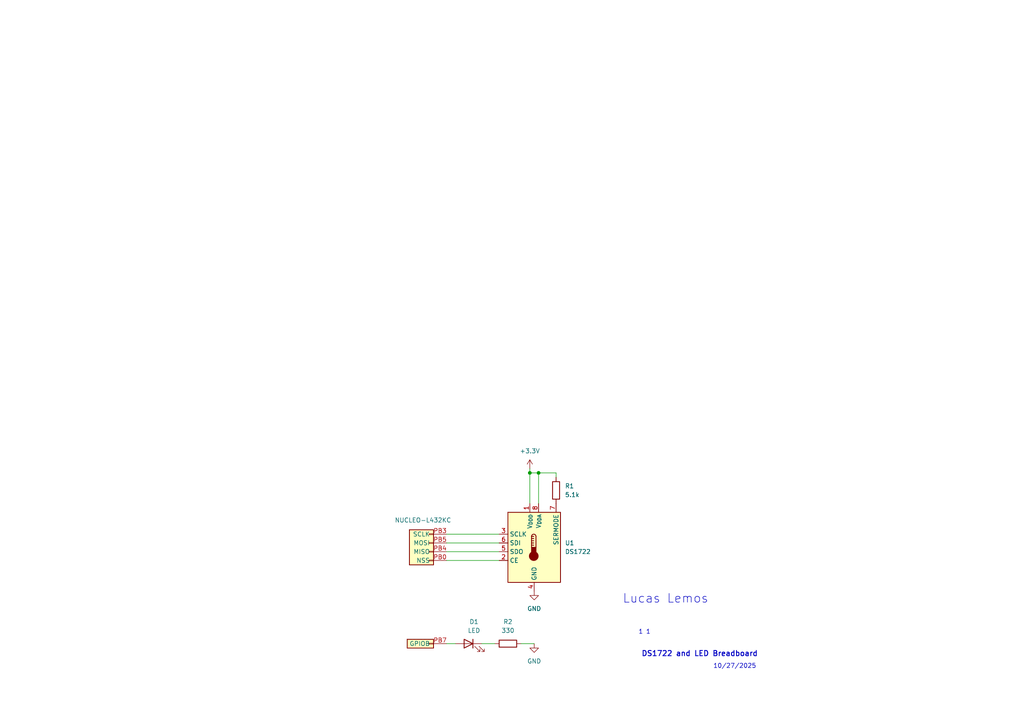
<source format=kicad_sch>
(kicad_sch (version 20250114) (generator "eeschema") (generator_version "9.0")
  (paper "A4")
  (lib_symbols
    (symbol "Connector_Generic:Conn_01x01" (pin_names (offset 1.016))
      (symbol "Conn_01x01_1_1"
        (rectangle (start -1.27 1.27) (end 6.35 -1.27) (stroke (width 0.254)) (fill (type background)))
        (rectangle (start -1.27 0.127) (end 0 -0.127) (stroke (width 0.1524)))
        (pin passive line (at -5.08 0 0) (length 3.81) (name "GPIOB") (number "PB7"))
      )
    )
    (symbol "Connector_Generic:Conn_01x04" (pin_names (offset 1.016))
      (property "Value" "NUCLEO-L432KC" (at 0 6.35 0))
      (symbol "Conn_01x04_1_1"
        (rectangle (start -1.27 3.81) (end 5.715 -6.35) (stroke (width 0.254)) (fill (type background)))
        (rectangle (start -1.27 2.667) (end 0 2.413) (stroke (width 0.1524)))
        (rectangle (start -1.27 0.127) (end 0 -0.127) (stroke (width 0.1524)))
        (rectangle (start -1.27 -2.413) (end 0 -2.667) (stroke (width 0.1524)))
        (rectangle (start -1.27 -4.953) (end 0 -5.207) (stroke (width 0.1524)))
        (pin passive line (at -5.08 2.54 0) (length 3.81) (name "SCLK") (number "PB3"))
        (pin passive line (at -5.08 0 0) (length 3.81) (name "MOSI") (number "PB5"))
        (pin passive line (at -5.08 -2.54 0) (length 3.81) (name "MISO") (number "PB4"))
        (pin passive line (at -5.08 -5.08 0) (length 3.81) (name "NSS") (number "PB0"))
      )
    )
    (symbol "Device:LED" (pin_numbers (hide yes)) (pin_names (offset 1.016) (hide yes))
      (property "Reference" "D" (at 0 2.54 0))
      (property "Value" "LED" (at 0 -2.54 0))
      (symbol "LED_0_1"
        (polyline (pts (xy -3.048 -0.762) (xy -4.572 -2.286) (xy -3.81 -2.286) (xy -4.572 -2.286) (xy -4.572 -1.524)))
        (polyline (pts (xy -1.778 -0.762) (xy -3.302 -2.286) (xy -2.54 -2.286) (xy -3.302 -2.286) (xy -3.302 -1.524)))
        (polyline (pts (xy -1.27 0) (xy 1.27 0)))
        (polyline (pts (xy -1.27 -1.27) (xy -1.27 1.27)) (stroke (width 0.254)))
        (polyline (pts (xy 1.27 -1.27) (xy 1.27 1.27) (xy -1.27 0) (xy 1.27 -1.27)) (stroke (width 0.254)))
      )
      (symbol "LED_1_1"
        (pin passive line (at -3.81 0 0) (length 2.54) (name "K") (number "1"))
        (pin passive line (at 3.81 0 180) (length 2.54) (name "A") (number "2"))
      )
    )
    (symbol "Device:R" (pin_numbers (hide yes)) (pin_names (offset 0))
      (property "Reference" "R" (at 2.032 0 90))
      (property "Value" "R" (at 0 0 90))
      (symbol "R_0_1"
        (rectangle (start -1.016 -2.54) (end 1.016 2.54) (stroke (width 0.254)))
      )
      (symbol "R_1_1"
        (pin passive line (at 0 3.81 270) (length 1.27) (name "~") (number "1"))
        (pin passive line (at 0 -3.81 90) (length 1.27) (name "~") (number "2"))
      )
    )
    (symbol "Sensor_Temperature:LM74CIM"
      (property "Reference" "U1" (at 8.89 1.2701 0))
      (property "Value" "DS1722" (at 8.89 -1.2699 0))
      (symbol "LM74CIM_0_1"
        (rectangle (start -7.62 10.16) (end 7.62 -10.16) (stroke (width 0.254)) (fill (type background)))
        (polyline (pts (xy -0.762 3.175) (xy -0.762 0)) (stroke (width 0.254)))
        (polyline (pts (xy -0.762 3.175) (xy -0.127 3.175)) (stroke (width 0.254)))
        (polyline (pts (xy -0.762 2.54) (xy -0.127 2.54)) (stroke (width 0.254)))
        (polyline (pts (xy -0.762 1.905) (xy -0.127 1.905)) (stroke (width 0.254)))
        (polyline (pts (xy -0.762 1.27) (xy -0.127 1.27)) (stroke (width 0.254)))
        (polyline (pts (xy -0.762 0.635) (xy -0.127 0.635)) (stroke (width 0.254)))
        (arc (start -0.762 3.175) (mid -0.127 3.8073) (end 0.508 3.175) (stroke (width 0.254)))
        (circle (center -0.127 -2.54) (radius 1.27) (stroke (width 0.254)) (fill (type outline)))
        (polyline (pts (xy 0.508 3.175) (xy 0.508 0)) (stroke (width 0.254)))
        (rectangle (start 0.508 -1.905) (end -0.762 0) (stroke (width 0.254)) (fill (type outline)))
      )
      (symbol "LM74CIM_1_1"
        (pin input line (at -10.16 3.81 0) (length 2.54) (name "SCLK") (number "3"))
        (pin input line (at -10.16 1.27 0) (length 2.54) (name "SDI") (number "6"))
        (pin output line (at -10.16 -1.27 0) (length 2.54) (name "SDO") (number "5"))
        (pin input line (at -10.16 -3.81 0) (length 2.54) (name "CE") (number "2"))
        (pin power_in line (at -1.27 12.7 270) (length 2.54) (name "V_{DDD}") (number "1"))
        (pin power_in line (at 0 -12.7 90) (length 2.54) (name "GND") (number "4"))
        (pin power_in line (at 1.27 12.7 270) (length 2.54) (name "V_{DDA}") (number "8"))
        (pin input line (at 6.35 12.7 270) (length 2.54) (name "SERMODE") (number "7"))
      )
    )
    (symbol "power:+3.3V" (power) (pin_numbers (hide yes)) (pin_names (offset 0) (hide yes))
      (property "Value" "+3.3V" (at 0 3.556 0))
      (symbol "+3.3V_0_1"
        (polyline (pts (xy -0.762 1.27) (xy 0 2.54)))
        (polyline (pts (xy 0 2.54) (xy 0.762 1.27)))
        (polyline (pts (xy 0 0) (xy 0 2.54)))
      )
      (symbol "+3.3V_1_1"
        (pin power_in line (at 0 0 90) (length 0) (name "~") (number "1"))
      )
    )
    (symbol "power:GND" (power) (pin_numbers (hide yes)) (pin_names (offset 0) (hide yes))
      (property "Value" "GND" (at 0 -3.81 0))
      (symbol "GND_0_1"
        (polyline (pts (xy 0 0) (xy 0 -1.27) (xy 1.27 -1.27) (xy 0 -2.54) (xy -1.27 -1.27) (xy 0 -1.27)))
      )
      (symbol "GND_1_1"
        (pin power_in line (at 0 0 270) (length 0) (name "~") (number "1"))
      )
    )
  )
  (text "Lucas Lemos" (at 193.04 173.736 0) (effects (font (size 2.54 2.54))))
  (text "10/27/2025" (at 213.106 193.294 0) (effects (font (size 1.27 1.27))))
  (text "1 1" (at 186.944 183.388 0) (effects (font (size 1.27 1.27))))
  (text "DS1722 and LED Breadboard" (at 202.946 189.738 0) (effects (font (size 1.524 1.524) (thickness 0.254) (bold yes))))
  (junction (at 153.67 137.16))
  (junction (at 156.21 137.16))
  (wire (pts (xy 156.21 137.16) (xy 156.21 146.05)))
  (wire (pts (xy 151.13 186.69) (xy 154.94 186.69)))
  (wire (pts (xy 129.54 157.48) (xy 144.78 157.48)))
  (wire (pts (xy 153.67 137.16) (xy 156.21 137.16)))
  (wire (pts (xy 129.54 160.02) (xy 144.78 160.02)))
  (wire (pts (xy 153.67 137.16) (xy 153.67 146.05)))
  (wire (pts (xy 143.51 186.69) (xy 139.7 186.69)))
  (wire (pts (xy 129.54 154.94) (xy 144.78 154.94)))
  (wire (pts (xy 129.54 162.56) (xy 144.78 162.56)))
  (wire (pts (xy 132.08 186.69) (xy 129.54 186.69)))
  (wire (pts (xy 161.29 137.16) (xy 161.29 138.43)))
  (wire (pts (xy 153.67 135.89) (xy 153.67 137.16)))
  (wire (pts (xy 156.21 137.16) (xy 161.29 137.16)))
  (symbol (lib_id "Connector_Generic:Conn_01x04") (at 124.46 157.48 0) (mirror y) (unit 1)
    (property "Reference" "J1" (effects (hide yes)))
    (property "Value" "NUCLEO-L432KC" (at 122.682 150.876 0))
    (property "Description" "Generic connector, single row, 01x04, script generated (kicad-library-utils/schlib/autogen/connector/)" (effects (hide yes)))
  )
  (symbol (lib_id "power:GND") (at 154.94 171.45 0) (unit 1)
    (property "Reference" "#PWR02" (effects (hide yes)))
    (property "Value" "GND" (at 154.94 176.53 0))
    (property "Description" "Power symbol creates a global label with name \"GND\" , ground" (effects (hide yes)))
  )
  (symbol (lib_id "power:GND") (at 154.94 186.69 0) (unit 1)
    (property "Reference" "#PWR03" (effects (hide yes)))
    (property "Value" "GND" (at 154.94 191.77 0))
    (property "Description" "Power symbol creates a global label with name \"GND\" , ground" (effects (hide yes)))
  )
  (symbol (lib_id "Device:LED") (at 135.89 186.69 0) (mirror y) (unit 1)
    (property "Reference" "D1" (at 137.4775 180.34 0))
    (property "Value" "LED" (at 137.4775 182.88 0))
    (property "Description" "Light emitting diode" (effects (hide yes)))
    (property "Sim.Pins" "1=K 2=A" (effects (hide yes)))
  )
  (symbol (lib_id "power:+3.3V") (at 153.67 135.89 0) (unit 1)
    (property "Reference" "#PWR01" (effects (hide yes)))
    (property "Value" "+3.3V" (at 153.67 130.81 0))
    (property "Description" "Power symbol creates a global label with name \"+3.3V\"" (effects (hide yes)))
  )
  (symbol (lib_id "Sensor_Temperature:LM74CIM") (at 154.94 158.75 0) (unit 1)
    (property "Reference" "U1" (at 163.83 157.4799 0) (effects (justify left)))
    (property "Value" "DS1722" (at 163.83 160.0199 0) (effects (justify left)))
    (property "Footprint" "Package_SO:SOIC-8_3.9x4.9mm_P1.27mm" (effects (hide yes)))
    (property "Datasheet" "https://www.ti.com/lit/ds/symlink/lm74.pdf" (effects (hide yes)))
    (property "Description" "12-Bit plus sign digital temperature sensor with SPI/Microwire, SOIC-8" (effects (hide yes)))
  )
  (symbol (lib_id "Connector_Generic:Conn_01x01") (at 124.46 186.69 0) (mirror y) (unit 1)
    (property "Reference" "J2" (effects (hide yes)))
    (property "Value" "Conn_01x01" (effects (hide yes)))
    (property "Description" "Generic connector, single row, 01x01, script generated (kicad-library-utils/schlib/autogen/connector/)" (effects (hide yes)))
  )
  (symbol (lib_id "Device:R") (at 161.29 142.24 0) (unit 1)
    (property "Reference" "R1" (at 163.83 140.9699 0) (effects (justify left)))
    (property "Value" "5.1k" (at 163.83 143.5099 0) (effects (justify left)))
    (property "Description" "Resistor" (effects (hide yes)))
  )
  (symbol (lib_id "Device:R") (at 147.32 186.69 90) (unit 1)
    (property "Reference" "R2" (at 147.32 180.34 90))
    (property "Value" "330" (at 147.32 182.88 90))
    (property "Description" "Resistor" (effects (hide yes)))
  )
)
</source>
